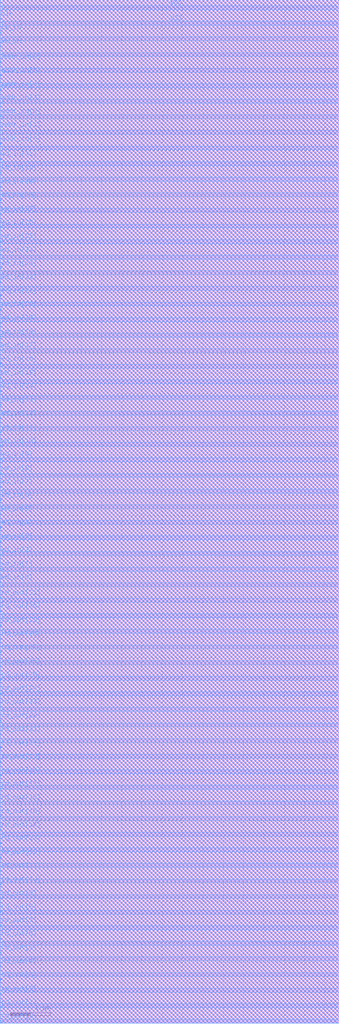
<source format=lef>
# Generated by FakeRAM 2.0
VERSION 5.7 ;
BUSBITCHARS "[]" ;
PROPERTYDEFINITIONS
  MACRO width INTEGER ;
  MACRO depth INTEGER ;
  MACRO banks INTEGER ;
END PROPERTYDEFINITIONS
MACRO sram_asap7_32x128_1rw
  PROPERTY width 32 ;
  PROPERTY depth 128 ;
  PROPERTY banks 1 ;
  FOREIGN sram_asap7_32x128_1rw 0 0 ;
  SYMMETRY X Y R90 ;
  SIZE 8.360 BY 25.200 ;
  CLASS BLOCK ;
  PIN rd_out[0]
    DIRECTION OUTPUT ;
    USE SIGNAL ;
    SHAPE ABUTMENT ;
    PORT
      LAYER M4 ;
      RECT 0.000 0.048 0.024 0.072 ;
    END
  END rd_out[0]
  PIN rd_out[1]
    DIRECTION OUTPUT ;
    USE SIGNAL ;
    SHAPE ABUTMENT ;
    PORT
      LAYER M4 ;
      RECT 0.000 0.384 0.024 0.408 ;
    END
  END rd_out[1]
  PIN rd_out[2]
    DIRECTION OUTPUT ;
    USE SIGNAL ;
    SHAPE ABUTMENT ;
    PORT
      LAYER M4 ;
      RECT 0.000 0.720 0.024 0.744 ;
    END
  END rd_out[2]
  PIN rd_out[3]
    DIRECTION OUTPUT ;
    USE SIGNAL ;
    SHAPE ABUTMENT ;
    PORT
      LAYER M4 ;
      RECT 0.000 1.056 0.024 1.080 ;
    END
  END rd_out[3]
  PIN rd_out[4]
    DIRECTION OUTPUT ;
    USE SIGNAL ;
    SHAPE ABUTMENT ;
    PORT
      LAYER M4 ;
      RECT 0.000 1.392 0.024 1.416 ;
    END
  END rd_out[4]
  PIN rd_out[5]
    DIRECTION OUTPUT ;
    USE SIGNAL ;
    SHAPE ABUTMENT ;
    PORT
      LAYER M4 ;
      RECT 0.000 1.728 0.024 1.752 ;
    END
  END rd_out[5]
  PIN rd_out[6]
    DIRECTION OUTPUT ;
    USE SIGNAL ;
    SHAPE ABUTMENT ;
    PORT
      LAYER M4 ;
      RECT 0.000 2.064 0.024 2.088 ;
    END
  END rd_out[6]
  PIN rd_out[7]
    DIRECTION OUTPUT ;
    USE SIGNAL ;
    SHAPE ABUTMENT ;
    PORT
      LAYER M4 ;
      RECT 0.000 2.400 0.024 2.424 ;
    END
  END rd_out[7]
  PIN rd_out[8]
    DIRECTION OUTPUT ;
    USE SIGNAL ;
    SHAPE ABUTMENT ;
    PORT
      LAYER M4 ;
      RECT 0.000 2.736 0.024 2.760 ;
    END
  END rd_out[8]
  PIN rd_out[9]
    DIRECTION OUTPUT ;
    USE SIGNAL ;
    SHAPE ABUTMENT ;
    PORT
      LAYER M4 ;
      RECT 0.000 3.072 0.024 3.096 ;
    END
  END rd_out[9]
  PIN rd_out[10]
    DIRECTION OUTPUT ;
    USE SIGNAL ;
    SHAPE ABUTMENT ;
    PORT
      LAYER M4 ;
      RECT 0.000 3.408 0.024 3.432 ;
    END
  END rd_out[10]
  PIN rd_out[11]
    DIRECTION OUTPUT ;
    USE SIGNAL ;
    SHAPE ABUTMENT ;
    PORT
      LAYER M4 ;
      RECT 0.000 3.744 0.024 3.768 ;
    END
  END rd_out[11]
  PIN rd_out[12]
    DIRECTION OUTPUT ;
    USE SIGNAL ;
    SHAPE ABUTMENT ;
    PORT
      LAYER M4 ;
      RECT 0.000 4.080 0.024 4.104 ;
    END
  END rd_out[12]
  PIN rd_out[13]
    DIRECTION OUTPUT ;
    USE SIGNAL ;
    SHAPE ABUTMENT ;
    PORT
      LAYER M4 ;
      RECT 0.000 4.416 0.024 4.440 ;
    END
  END rd_out[13]
  PIN rd_out[14]
    DIRECTION OUTPUT ;
    USE SIGNAL ;
    SHAPE ABUTMENT ;
    PORT
      LAYER M4 ;
      RECT 0.000 4.752 0.024 4.776 ;
    END
  END rd_out[14]
  PIN rd_out[15]
    DIRECTION OUTPUT ;
    USE SIGNAL ;
    SHAPE ABUTMENT ;
    PORT
      LAYER M4 ;
      RECT 0.000 5.088 0.024 5.112 ;
    END
  END rd_out[15]
  PIN rd_out[16]
    DIRECTION OUTPUT ;
    USE SIGNAL ;
    SHAPE ABUTMENT ;
    PORT
      LAYER M4 ;
      RECT 0.000 5.424 0.024 5.448 ;
    END
  END rd_out[16]
  PIN rd_out[17]
    DIRECTION OUTPUT ;
    USE SIGNAL ;
    SHAPE ABUTMENT ;
    PORT
      LAYER M4 ;
      RECT 0.000 5.760 0.024 5.784 ;
    END
  END rd_out[17]
  PIN rd_out[18]
    DIRECTION OUTPUT ;
    USE SIGNAL ;
    SHAPE ABUTMENT ;
    PORT
      LAYER M4 ;
      RECT 0.000 6.096 0.024 6.120 ;
    END
  END rd_out[18]
  PIN rd_out[19]
    DIRECTION OUTPUT ;
    USE SIGNAL ;
    SHAPE ABUTMENT ;
    PORT
      LAYER M4 ;
      RECT 0.000 6.432 0.024 6.456 ;
    END
  END rd_out[19]
  PIN rd_out[20]
    DIRECTION OUTPUT ;
    USE SIGNAL ;
    SHAPE ABUTMENT ;
    PORT
      LAYER M4 ;
      RECT 0.000 6.768 0.024 6.792 ;
    END
  END rd_out[20]
  PIN rd_out[21]
    DIRECTION OUTPUT ;
    USE SIGNAL ;
    SHAPE ABUTMENT ;
    PORT
      LAYER M4 ;
      RECT 0.000 7.104 0.024 7.128 ;
    END
  END rd_out[21]
  PIN rd_out[22]
    DIRECTION OUTPUT ;
    USE SIGNAL ;
    SHAPE ABUTMENT ;
    PORT
      LAYER M4 ;
      RECT 0.000 7.440 0.024 7.464 ;
    END
  END rd_out[22]
  PIN rd_out[23]
    DIRECTION OUTPUT ;
    USE SIGNAL ;
    SHAPE ABUTMENT ;
    PORT
      LAYER M4 ;
      RECT 0.000 7.776 0.024 7.800 ;
    END
  END rd_out[23]
  PIN rd_out[24]
    DIRECTION OUTPUT ;
    USE SIGNAL ;
    SHAPE ABUTMENT ;
    PORT
      LAYER M4 ;
      RECT 0.000 8.112 0.024 8.136 ;
    END
  END rd_out[24]
  PIN rd_out[25]
    DIRECTION OUTPUT ;
    USE SIGNAL ;
    SHAPE ABUTMENT ;
    PORT
      LAYER M4 ;
      RECT 0.000 8.448 0.024 8.472 ;
    END
  END rd_out[25]
  PIN rd_out[26]
    DIRECTION OUTPUT ;
    USE SIGNAL ;
    SHAPE ABUTMENT ;
    PORT
      LAYER M4 ;
      RECT 0.000 8.784 0.024 8.808 ;
    END
  END rd_out[26]
  PIN rd_out[27]
    DIRECTION OUTPUT ;
    USE SIGNAL ;
    SHAPE ABUTMENT ;
    PORT
      LAYER M4 ;
      RECT 0.000 9.120 0.024 9.144 ;
    END
  END rd_out[27]
  PIN rd_out[28]
    DIRECTION OUTPUT ;
    USE SIGNAL ;
    SHAPE ABUTMENT ;
    PORT
      LAYER M4 ;
      RECT 0.000 9.456 0.024 9.480 ;
    END
  END rd_out[28]
  PIN rd_out[29]
    DIRECTION OUTPUT ;
    USE SIGNAL ;
    SHAPE ABUTMENT ;
    PORT
      LAYER M4 ;
      RECT 0.000 9.792 0.024 9.816 ;
    END
  END rd_out[29]
  PIN rd_out[30]
    DIRECTION OUTPUT ;
    USE SIGNAL ;
    SHAPE ABUTMENT ;
    PORT
      LAYER M4 ;
      RECT 0.000 10.128 0.024 10.152 ;
    END
  END rd_out[30]
  PIN rd_out[31]
    DIRECTION OUTPUT ;
    USE SIGNAL ;
    SHAPE ABUTMENT ;
    PORT
      LAYER M4 ;
      RECT 0.000 10.464 0.024 10.488 ;
    END
  END rd_out[31]
  PIN wd_in[0]
    DIRECTION INPUT ;
    USE SIGNAL ;
    SHAPE ABUTMENT ;
    PORT
      LAYER M4 ;
      RECT 0.000 10.848 0.024 10.872 ;
    END
  END wd_in[0]
  PIN wd_in[1]
    DIRECTION INPUT ;
    USE SIGNAL ;
    SHAPE ABUTMENT ;
    PORT
      LAYER M4 ;
      RECT 0.000 11.184 0.024 11.208 ;
    END
  END wd_in[1]
  PIN wd_in[2]
    DIRECTION INPUT ;
    USE SIGNAL ;
    SHAPE ABUTMENT ;
    PORT
      LAYER M4 ;
      RECT 0.000 11.520 0.024 11.544 ;
    END
  END wd_in[2]
  PIN wd_in[3]
    DIRECTION INPUT ;
    USE SIGNAL ;
    SHAPE ABUTMENT ;
    PORT
      LAYER M4 ;
      RECT 0.000 11.856 0.024 11.880 ;
    END
  END wd_in[3]
  PIN wd_in[4]
    DIRECTION INPUT ;
    USE SIGNAL ;
    SHAPE ABUTMENT ;
    PORT
      LAYER M4 ;
      RECT 0.000 12.192 0.024 12.216 ;
    END
  END wd_in[4]
  PIN wd_in[5]
    DIRECTION INPUT ;
    USE SIGNAL ;
    SHAPE ABUTMENT ;
    PORT
      LAYER M4 ;
      RECT 0.000 12.528 0.024 12.552 ;
    END
  END wd_in[5]
  PIN wd_in[6]
    DIRECTION INPUT ;
    USE SIGNAL ;
    SHAPE ABUTMENT ;
    PORT
      LAYER M4 ;
      RECT 0.000 12.864 0.024 12.888 ;
    END
  END wd_in[6]
  PIN wd_in[7]
    DIRECTION INPUT ;
    USE SIGNAL ;
    SHAPE ABUTMENT ;
    PORT
      LAYER M4 ;
      RECT 0.000 13.200 0.024 13.224 ;
    END
  END wd_in[7]
  PIN wd_in[8]
    DIRECTION INPUT ;
    USE SIGNAL ;
    SHAPE ABUTMENT ;
    PORT
      LAYER M4 ;
      RECT 0.000 13.536 0.024 13.560 ;
    END
  END wd_in[8]
  PIN wd_in[9]
    DIRECTION INPUT ;
    USE SIGNAL ;
    SHAPE ABUTMENT ;
    PORT
      LAYER M4 ;
      RECT 0.000 13.872 0.024 13.896 ;
    END
  END wd_in[9]
  PIN wd_in[10]
    DIRECTION INPUT ;
    USE SIGNAL ;
    SHAPE ABUTMENT ;
    PORT
      LAYER M4 ;
      RECT 0.000 14.208 0.024 14.232 ;
    END
  END wd_in[10]
  PIN wd_in[11]
    DIRECTION INPUT ;
    USE SIGNAL ;
    SHAPE ABUTMENT ;
    PORT
      LAYER M4 ;
      RECT 0.000 14.544 0.024 14.568 ;
    END
  END wd_in[11]
  PIN wd_in[12]
    DIRECTION INPUT ;
    USE SIGNAL ;
    SHAPE ABUTMENT ;
    PORT
      LAYER M4 ;
      RECT 0.000 14.880 0.024 14.904 ;
    END
  END wd_in[12]
  PIN wd_in[13]
    DIRECTION INPUT ;
    USE SIGNAL ;
    SHAPE ABUTMENT ;
    PORT
      LAYER M4 ;
      RECT 0.000 15.216 0.024 15.240 ;
    END
  END wd_in[13]
  PIN wd_in[14]
    DIRECTION INPUT ;
    USE SIGNAL ;
    SHAPE ABUTMENT ;
    PORT
      LAYER M4 ;
      RECT 0.000 15.552 0.024 15.576 ;
    END
  END wd_in[14]
  PIN wd_in[15]
    DIRECTION INPUT ;
    USE SIGNAL ;
    SHAPE ABUTMENT ;
    PORT
      LAYER M4 ;
      RECT 0.000 15.888 0.024 15.912 ;
    END
  END wd_in[15]
  PIN wd_in[16]
    DIRECTION INPUT ;
    USE SIGNAL ;
    SHAPE ABUTMENT ;
    PORT
      LAYER M4 ;
      RECT 0.000 16.224 0.024 16.248 ;
    END
  END wd_in[16]
  PIN wd_in[17]
    DIRECTION INPUT ;
    USE SIGNAL ;
    SHAPE ABUTMENT ;
    PORT
      LAYER M4 ;
      RECT 0.000 16.560 0.024 16.584 ;
    END
  END wd_in[17]
  PIN wd_in[18]
    DIRECTION INPUT ;
    USE SIGNAL ;
    SHAPE ABUTMENT ;
    PORT
      LAYER M4 ;
      RECT 0.000 16.896 0.024 16.920 ;
    END
  END wd_in[18]
  PIN wd_in[19]
    DIRECTION INPUT ;
    USE SIGNAL ;
    SHAPE ABUTMENT ;
    PORT
      LAYER M4 ;
      RECT 0.000 17.232 0.024 17.256 ;
    END
  END wd_in[19]
  PIN wd_in[20]
    DIRECTION INPUT ;
    USE SIGNAL ;
    SHAPE ABUTMENT ;
    PORT
      LAYER M4 ;
      RECT 0.000 17.568 0.024 17.592 ;
    END
  END wd_in[20]
  PIN wd_in[21]
    DIRECTION INPUT ;
    USE SIGNAL ;
    SHAPE ABUTMENT ;
    PORT
      LAYER M4 ;
      RECT 0.000 17.904 0.024 17.928 ;
    END
  END wd_in[21]
  PIN wd_in[22]
    DIRECTION INPUT ;
    USE SIGNAL ;
    SHAPE ABUTMENT ;
    PORT
      LAYER M4 ;
      RECT 0.000 18.240 0.024 18.264 ;
    END
  END wd_in[22]
  PIN wd_in[23]
    DIRECTION INPUT ;
    USE SIGNAL ;
    SHAPE ABUTMENT ;
    PORT
      LAYER M4 ;
      RECT 0.000 18.576 0.024 18.600 ;
    END
  END wd_in[23]
  PIN wd_in[24]
    DIRECTION INPUT ;
    USE SIGNAL ;
    SHAPE ABUTMENT ;
    PORT
      LAYER M4 ;
      RECT 0.000 18.912 0.024 18.936 ;
    END
  END wd_in[24]
  PIN wd_in[25]
    DIRECTION INPUT ;
    USE SIGNAL ;
    SHAPE ABUTMENT ;
    PORT
      LAYER M4 ;
      RECT 0.000 19.248 0.024 19.272 ;
    END
  END wd_in[25]
  PIN wd_in[26]
    DIRECTION INPUT ;
    USE SIGNAL ;
    SHAPE ABUTMENT ;
    PORT
      LAYER M4 ;
      RECT 0.000 19.584 0.024 19.608 ;
    END
  END wd_in[26]
  PIN wd_in[27]
    DIRECTION INPUT ;
    USE SIGNAL ;
    SHAPE ABUTMENT ;
    PORT
      LAYER M4 ;
      RECT 0.000 19.920 0.024 19.944 ;
    END
  END wd_in[27]
  PIN wd_in[28]
    DIRECTION INPUT ;
    USE SIGNAL ;
    SHAPE ABUTMENT ;
    PORT
      LAYER M4 ;
      RECT 0.000 20.256 0.024 20.280 ;
    END
  END wd_in[28]
  PIN wd_in[29]
    DIRECTION INPUT ;
    USE SIGNAL ;
    SHAPE ABUTMENT ;
    PORT
      LAYER M4 ;
      RECT 0.000 20.592 0.024 20.616 ;
    END
  END wd_in[29]
  PIN wd_in[30]
    DIRECTION INPUT ;
    USE SIGNAL ;
    SHAPE ABUTMENT ;
    PORT
      LAYER M4 ;
      RECT 0.000 20.928 0.024 20.952 ;
    END
  END wd_in[30]
  PIN wd_in[31]
    DIRECTION INPUT ;
    USE SIGNAL ;
    SHAPE ABUTMENT ;
    PORT
      LAYER M4 ;
      RECT 0.000 21.264 0.024 21.288 ;
    END
  END wd_in[31]
  PIN addr_in[0]
    DIRECTION INPUT ;
    USE SIGNAL ;
    SHAPE ABUTMENT ;
    PORT
      LAYER M4 ;
      RECT 0.000 21.648 0.024 21.672 ;
    END
  END addr_in[0]
  PIN addr_in[1]
    DIRECTION INPUT ;
    USE SIGNAL ;
    SHAPE ABUTMENT ;
    PORT
      LAYER M4 ;
      RECT 0.000 21.984 0.024 22.008 ;
    END
  END addr_in[1]
  PIN addr_in[2]
    DIRECTION INPUT ;
    USE SIGNAL ;
    SHAPE ABUTMENT ;
    PORT
      LAYER M4 ;
      RECT 0.000 22.320 0.024 22.344 ;
    END
  END addr_in[2]
  PIN addr_in[3]
    DIRECTION INPUT ;
    USE SIGNAL ;
    SHAPE ABUTMENT ;
    PORT
      LAYER M4 ;
      RECT 0.000 22.656 0.024 22.680 ;
    END
  END addr_in[3]
  PIN addr_in[4]
    DIRECTION INPUT ;
    USE SIGNAL ;
    SHAPE ABUTMENT ;
    PORT
      LAYER M4 ;
      RECT 0.000 22.992 0.024 23.016 ;
    END
  END addr_in[4]
  PIN addr_in[5]
    DIRECTION INPUT ;
    USE SIGNAL ;
    SHAPE ABUTMENT ;
    PORT
      LAYER M4 ;
      RECT 0.000 23.328 0.024 23.352 ;
    END
  END addr_in[5]
  PIN addr_in[6]
    DIRECTION INPUT ;
    USE SIGNAL ;
    SHAPE ABUTMENT ;
    PORT
      LAYER M4 ;
      RECT 0.000 23.664 0.024 23.688 ;
    END
  END addr_in[6]
  PIN we_in
    DIRECTION INPUT ;
    USE SIGNAL ;
    SHAPE ABUTMENT ;
    PORT
      LAYER M4 ;
      RECT 0.000 24.048 0.024 24.072 ;
    END
  END we_in
  PIN ce_in
    DIRECTION INPUT ;
    USE SIGNAL ;
    SHAPE ABUTMENT ;
    PORT
      LAYER M4 ;
      RECT 0.000 24.384 0.024 24.408 ;
    END
  END ce_in
  PIN clk
    DIRECTION INPUT ;
    USE SIGNAL ;
    SHAPE ABUTMENT ;
    PORT
      LAYER M4 ;
      RECT 0.000 24.720 0.024 24.744 ;
    END
  END clk
  PIN VSS
    DIRECTION INOUT ;
    USE GROUND ;
    PORT
      LAYER M4 ;
      RECT 0.048 0.000 8.312 0.096 ;
      RECT 0.048 0.768 8.312 0.864 ;
      RECT 0.048 1.536 8.312 1.632 ;
      RECT 0.048 2.304 8.312 2.400 ;
      RECT 0.048 3.072 8.312 3.168 ;
      RECT 0.048 3.840 8.312 3.936 ;
      RECT 0.048 4.608 8.312 4.704 ;
      RECT 0.048 5.376 8.312 5.472 ;
      RECT 0.048 6.144 8.312 6.240 ;
      RECT 0.048 6.912 8.312 7.008 ;
      RECT 0.048 7.680 8.312 7.776 ;
      RECT 0.048 8.448 8.312 8.544 ;
      RECT 0.048 9.216 8.312 9.312 ;
      RECT 0.048 9.984 8.312 10.080 ;
      RECT 0.048 10.752 8.312 10.848 ;
      RECT 0.048 11.520 8.312 11.616 ;
      RECT 0.048 12.288 8.312 12.384 ;
      RECT 0.048 13.056 8.312 13.152 ;
      RECT 0.048 13.824 8.312 13.920 ;
      RECT 0.048 14.592 8.312 14.688 ;
      RECT 0.048 15.360 8.312 15.456 ;
      RECT 0.048 16.128 8.312 16.224 ;
      RECT 0.048 16.896 8.312 16.992 ;
      RECT 0.048 17.664 8.312 17.760 ;
      RECT 0.048 18.432 8.312 18.528 ;
      RECT 0.048 19.200 8.312 19.296 ;
      RECT 0.048 19.968 8.312 20.064 ;
      RECT 0.048 20.736 8.312 20.832 ;
      RECT 0.048 21.504 8.312 21.600 ;
      RECT 0.048 22.272 8.312 22.368 ;
      RECT 0.048 23.040 8.312 23.136 ;
      RECT 0.048 23.808 8.312 23.904 ;
      RECT 0.048 24.576 8.312 24.672 ;
    END
  END VSS
  PIN VDD
    DIRECTION INOUT ;
    USE POWER ;
    PORT
      LAYER M4 ;
      RECT 0.048 0.384 8.312 0.480 ;
      RECT 0.048 1.152 8.312 1.248 ;
      RECT 0.048 1.920 8.312 2.016 ;
      RECT 0.048 2.688 8.312 2.784 ;
      RECT 0.048 3.456 8.312 3.552 ;
      RECT 0.048 4.224 8.312 4.320 ;
      RECT 0.048 4.992 8.312 5.088 ;
      RECT 0.048 5.760 8.312 5.856 ;
      RECT 0.048 6.528 8.312 6.624 ;
      RECT 0.048 7.296 8.312 7.392 ;
      RECT 0.048 8.064 8.312 8.160 ;
      RECT 0.048 8.832 8.312 8.928 ;
      RECT 0.048 9.600 8.312 9.696 ;
      RECT 0.048 10.368 8.312 10.464 ;
      RECT 0.048 11.136 8.312 11.232 ;
      RECT 0.048 11.904 8.312 12.000 ;
      RECT 0.048 12.672 8.312 12.768 ;
      RECT 0.048 13.440 8.312 13.536 ;
      RECT 0.048 14.208 8.312 14.304 ;
      RECT 0.048 14.976 8.312 15.072 ;
      RECT 0.048 15.744 8.312 15.840 ;
      RECT 0.048 16.512 8.312 16.608 ;
      RECT 0.048 17.280 8.312 17.376 ;
      RECT 0.048 18.048 8.312 18.144 ;
      RECT 0.048 18.816 8.312 18.912 ;
      RECT 0.048 19.584 8.312 19.680 ;
      RECT 0.048 20.352 8.312 20.448 ;
      RECT 0.048 21.120 8.312 21.216 ;
      RECT 0.048 21.888 8.312 21.984 ;
      RECT 0.048 22.656 8.312 22.752 ;
      RECT 0.048 23.424 8.312 23.520 ;
      RECT 0.048 24.192 8.312 24.288 ;
      RECT 0.048 24.960 8.312 25.056 ;
    END
  END VDD
  OBS
    LAYER M1 ;
    RECT 0 0 8.360 25.200 ;
    LAYER M2 ;
    RECT 0 0 8.360 25.200 ;
    LAYER M3 ;
    RECT 0 0 8.360 25.200 ;
    LAYER M4 ;
    RECT 0 0 8.360 25.200 ;
  END
END sram_asap7_32x128_1rw

END LIBRARY

</source>
